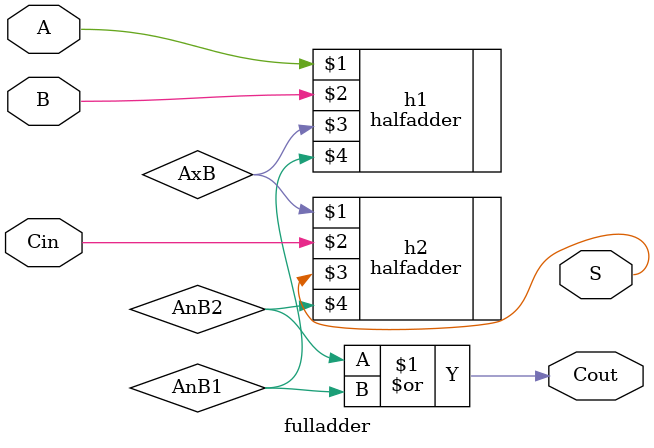
<source format=v>
module fulladder (
    input A,
    input B,
    input Cin,
    output S,
    output Cout
);
wire AxB, AnB1, AnB2;

halfadder h1(
    A,
    B,
    AxB,
    AnB1
);
halfadder h2(
    AxB,
    Cin,
    S,
    AnB2
);
or o1 (Cout,AnB2,AnB1);
endmodule

</source>
